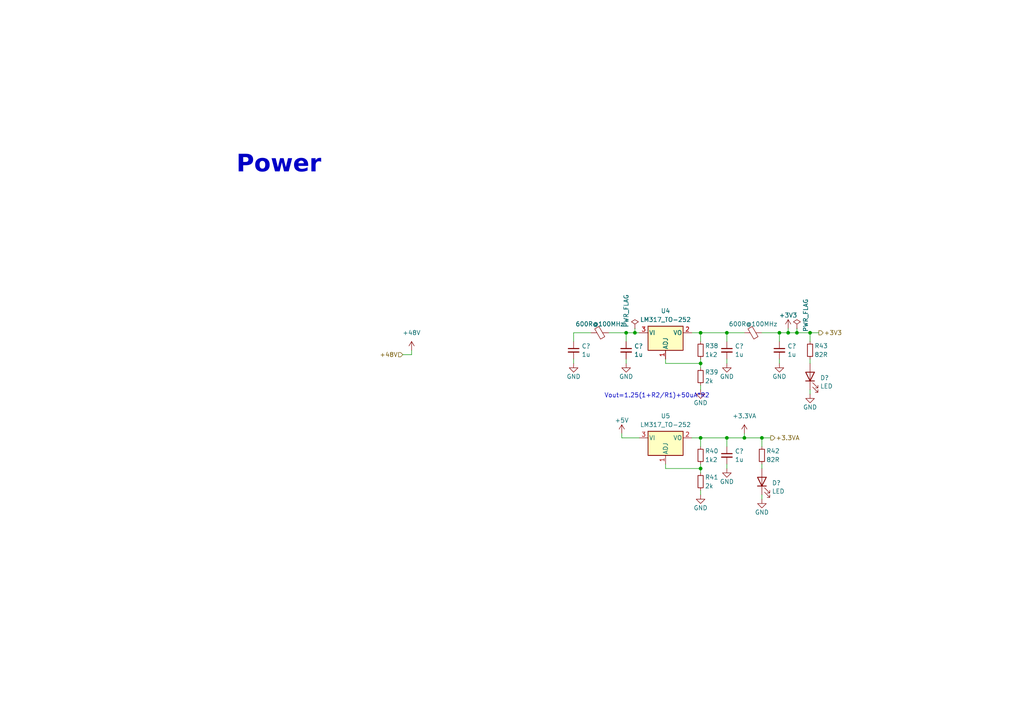
<source format=kicad_sch>
(kicad_sch (version 20230121) (generator eeschema)
  (paper "A4")
  (title_block (title "SmallDSP Maxi") (date "2023-11-06") (rev "1.0") (company "Till Heuer"))
  (lib_symbols
    (symbol "Device:C_Small" (pin_numbers hide) (pin_names (offset 0.254) hide)
      (property "Reference" "C" (at 0.254 1.778 0))
      (property "Value" "C_Small" (at 0.254 -2.032 0))
      (symbol "C_Small_0_1"
        (polyline (pts (xy -1.524 -0.508) (xy 1.524 -0.508)) (stroke (width 0.3302)))
        (polyline (pts (xy -1.524 0.508) (xy 1.524 0.508)) (stroke (width 0.3048)))
      )
      (symbol "C_Small_1_1"
        (pin passive line (at 0 2.54 270) (length 2.032) (name "~") (number "1"))
        (pin passive line (at 0 -2.54 90) (length 2.032) (name "~") (number "2"))
      )
    )
    (symbol "Device:FerriteBead_Small" (pin_numbers hide) (pin_names (offset 0))
      (property "Reference" "FB" (at 1.905 1.27 0))
      (property "Value" "FerriteBead_Small" (at 1.905 -1.27 0))
      (symbol "FerriteBead_Small_0_1"
        (polyline (pts (xy 0 -1.27) (xy 0 -0.7874)))
        (polyline (pts (xy 0 0.889) (xy 0 1.2954)))
        (polyline (pts (xy -1.8288 0.2794) (xy -1.1176 1.4986) (xy 1.8288 -0.2032) (xy 1.1176 -1.4224) (xy -1.8288 0.2794)))
      )
      (symbol "FerriteBead_Small_1_1"
        (pin passive line (at 0 2.54 270) (length 1.27) (name "~") (number "1"))
        (pin passive line (at 0 -2.54 90) (length 1.27) (name "~") (number "2"))
      )
    )
    (symbol "Device:LED" (pin_numbers hide) (pin_names (offset 1.016) hide)
      (property "Reference" "D" (at 0 2.54 0))
      (property "Value" "LED" (at 0 -2.54 0))
      (symbol "LED_0_1"
        (polyline (pts (xy -1.27 -1.27) (xy -1.27 1.27)) (stroke (width 0.254)))
        (polyline (pts (xy -1.27 0) (xy 1.27 0)))
        (polyline (pts (xy 1.27 -1.27) (xy 1.27 1.27) (xy -1.27 0) (xy 1.27 -1.27)) (stroke (width 0.254)))
        (polyline (pts (xy -3.048 -0.762) (xy -4.572 -2.286) (xy -3.81 -2.286) (xy -4.572 -2.286) (xy -4.572 -1.524)))
        (polyline (pts (xy -1.778 -0.762) (xy -3.302 -2.286) (xy -2.54 -2.286) (xy -3.302 -2.286) (xy -3.302 -1.524)))
      )
      (symbol "LED_1_1"
        (pin passive line (at -3.81 0 0) (length 2.54) (name "K") (number "1"))
        (pin passive line (at 3.81 0 180) (length 2.54) (name "A") (number "2"))
      )
    )
    (symbol "Device:R_Small" (pin_numbers hide) (pin_names (offset 0.254) hide)
      (property "Reference" "R" (at 0.762 0.508 0))
      (property "Value" "R_Small" (at 0.762 -1.016 0))
      (symbol "R_Small_0_1"
        (rectangle (start -0.762 1.778) (end 0.762 -1.778) (stroke (width 0.2032)))
      )
      (symbol "R_Small_1_1"
        (pin passive line (at 0 2.54 270) (length 0.762) (name "~") (number "1"))
        (pin passive line (at 0 -2.54 90) (length 0.762) (name "~") (number "2"))
      )
    )
    (symbol "Regulator_Linear:LM317_TO-252" (pin_names (offset 0.254))
      (property "Reference" "U" (at -3.81 3.175 0))
      (property "Value" "LM317_TO-252" (at 0 3.175 0))
      (symbol "LM317_TO-252_0_1"
        (rectangle (start -5.08 1.905) (end 5.08 -5.08) (stroke (width 0.254)) (fill (type background)))
      )
      (symbol "LM317_TO-252_1_1"
        (pin input line (at 0 -7.62 90) (length 2.54) (name "ADJ") (number "1"))
        (pin power_out line (at 7.62 0 180) (length 2.54) (name "VO") (number "2"))
        (pin power_in line (at -7.62 0 0) (length 2.54) (name "VI") (number "3"))
      )
    )
    (symbol "power:+3.3VA" (power) (pin_names (offset 0))
      (property "Value" "+3.3VA" (at 0 3.556 0))
      (symbol "+3.3VA_0_1"
        (polyline (pts (xy -0.762 1.27) (xy 0 2.54)))
        (polyline (pts (xy 0 0) (xy 0 2.54)))
        (polyline (pts (xy 0 2.54) (xy 0.762 1.27)))
      )
      (symbol "+3.3VA_1_1"
        (pin power_in line (at 0 0 90) (length 0) hide (name "+3.3VA") (number "1"))
      )
    )
    (symbol "power:+3V3" (power) (pin_names (offset 0))
      (property "Value" "+3V3" (at 0 3.556 0))
      (symbol "+3V3_0_1"
        (polyline (pts (xy -0.762 1.27) (xy 0 2.54)))
        (polyline (pts (xy 0 0) (xy 0 2.54)))
        (polyline (pts (xy 0 2.54) (xy 0.762 1.27)))
      )
      (symbol "+3V3_1_1"
        (pin power_in line (at 0 0 90) (length 0) hide (name "+3V3") (number "1"))
      )
    )
    (symbol "power:+48V" (power) (pin_names (offset 0))
      (property "Value" "+48V" (at 0 3.556 0))
      (symbol "+48V_0_1"
        (polyline (pts (xy -0.762 1.27) (xy 0 2.54)))
        (polyline (pts (xy 0 0) (xy 0 2.54)))
        (polyline (pts (xy 0 2.54) (xy 0.762 1.27)))
      )
      (symbol "+48V_1_1"
        (pin power_in line (at 0 0 90) (length 0) hide (name "+48V") (number "1"))
      )
    )
    (symbol "power:+5V" (power) (pin_names (offset 0))
      (property "Value" "+5V" (at 0 3.556 0))
      (symbol "+5V_0_1"
        (polyline (pts (xy -0.762 1.27) (xy 0 2.54)))
        (polyline (pts (xy 0 0) (xy 0 2.54)))
        (polyline (pts (xy 0 2.54) (xy 0.762 1.27)))
      )
      (symbol "+5V_1_1"
        (pin power_in line (at 0 0 90) (length 0) hide (name "+5V") (number "1"))
      )
    )
    (symbol "power:GND" (power) (pin_names (offset 0))
      (property "Value" "GND" (at 0 -3.81 0))
      (symbol "GND_0_1"
        (polyline (pts (xy 0 0) (xy 0 -1.27) (xy 1.27 -1.27) (xy 0 -2.54) (xy -1.27 -1.27) (xy 0 -1.27)))
      )
      (symbol "GND_1_1"
        (pin power_in line (at 0 0 270) (length 0) hide (name "GND") (number "1"))
      )
    )
    (symbol "power:PWR_FLAG" (power) (pin_numbers hide) (pin_names (offset 0) hide)
      (property "Value" "PWR_FLAG" (at 0 3.81 0))
      (symbol "PWR_FLAG_0_0"
        (pin power_out line (at 0 0 90) (length 0) (name "pwr") (number "1"))
      )
      (symbol "PWR_FLAG_0_1"
        (polyline (pts (xy 0 0) (xy 0 1.27) (xy -1.016 1.905) (xy 0 2.54) (xy 1.016 1.905) (xy 0 1.27)))
      )
    )
  )
  (junction (at 228.6 96.52))
  (junction (at 203.2 105.41))
  (junction (at 203.2 96.52))
  (junction (at 226.06 96.52))
  (junction (at 203.2 135.89))
  (junction (at 210.82 96.52))
  (junction (at 220.98 127))
  (junction (at 210.82 127))
  (junction (at 184.15 96.52))
  (junction (at 231.14 96.52))
  (junction (at 181.61 96.52))
  (junction (at 234.95 96.52))
  (junction (at 215.9 127))
  (junction (at 203.2 127))
  (wire (pts (xy 210.82 127) (xy 215.9 127)))
  (wire (pts (xy 203.2 104.14) (xy 203.2 105.41)))
  (wire (pts (xy 203.2 111.76) (xy 203.2 113.03)))
  (wire (pts (xy 119.38 102.87) (xy 116.84 102.87)))
  (wire (pts (xy 200.66 96.52) (xy 203.2 96.52)))
  (wire (pts (xy 228.6 96.52) (xy 231.14 96.52)))
  (wire (pts (xy 203.2 135.89) (xy 203.2 137.16)))
  (wire (pts (xy 234.95 96.52) (xy 237.49 96.52)))
  (wire (pts (xy 184.15 95.25) (xy 184.15 96.52)))
  (wire (pts (xy 180.34 127) (xy 185.42 127)))
  (wire (pts (xy 181.61 99.06) (xy 181.61 96.52)))
  (wire (pts (xy 203.2 129.54) (xy 203.2 127)))
  (wire (pts (xy 180.34 125.73) (xy 180.34 127)))
  (wire (pts (xy 220.98 96.52) (xy 226.06 96.52)))
  (wire (pts (xy 166.37 96.52) (xy 171.45 96.52)))
  (wire (pts (xy 203.2 96.52) (xy 210.82 96.52)))
  (wire (pts (xy 181.61 96.52) (xy 184.15 96.52)))
  (wire (pts (xy 231.14 96.52) (xy 234.95 96.52)))
  (wire (pts (xy 119.38 101.6) (xy 119.38 102.87)))
  (wire (pts (xy 203.2 127) (xy 210.82 127)))
  (wire (pts (xy 203.2 99.06) (xy 203.2 96.52)))
  (wire (pts (xy 166.37 104.14) (xy 166.37 105.41)))
  (wire (pts (xy 210.82 104.14) (xy 210.82 105.41)))
  (wire (pts (xy 215.9 127) (xy 220.98 127)))
  (wire (pts (xy 220.98 143.51) (xy 220.98 144.78)))
  (wire (pts (xy 203.2 105.41) (xy 203.2 106.68)))
  (wire (pts (xy 210.82 134.62) (xy 210.82 135.89)))
  (wire (pts (xy 231.14 95.25) (xy 231.14 96.52)))
  (wire (pts (xy 234.95 113.03) (xy 234.95 114.3)))
  (wire (pts (xy 193.04 105.41) (xy 193.04 104.14)))
  (wire (pts (xy 226.06 99.06) (xy 226.06 96.52)))
  (wire (pts (xy 226.06 96.52) (xy 228.6 96.52)))
  (wire (pts (xy 193.04 135.89) (xy 203.2 135.89)))
  (wire (pts (xy 193.04 105.41) (xy 203.2 105.41)))
  (wire (pts (xy 226.06 105.41) (xy 226.06 104.14)))
  (wire (pts (xy 181.61 105.41) (xy 181.61 104.14)))
  (wire (pts (xy 215.9 125.73) (xy 215.9 127)))
  (wire (pts (xy 210.82 96.52) (xy 210.82 99.06)))
  (wire (pts (xy 200.66 127) (xy 203.2 127)))
  (wire (pts (xy 203.2 142.24) (xy 203.2 143.51)))
  (wire (pts (xy 220.98 127) (xy 223.52 127)))
  (wire (pts (xy 234.95 104.14) (xy 234.95 105.41)))
  (wire (pts (xy 176.53 96.52) (xy 181.61 96.52)))
  (wire (pts (xy 220.98 127) (xy 220.98 129.54)))
  (wire (pts (xy 234.95 96.52) (xy 234.95 99.06)))
  (wire (pts (xy 220.98 134.62) (xy 220.98 135.89)))
  (wire (pts (xy 210.82 127) (xy 210.82 129.54)))
  (wire (pts (xy 193.04 135.89) (xy 193.04 134.62)))
  (wire (pts (xy 228.6 95.25) (xy 228.6 96.52)))
  (wire (pts (xy 210.82 96.52) (xy 215.9 96.52)))
  (wire (pts (xy 184.15 96.52) (xy 185.42 96.52)))
  (wire (pts (xy 203.2 134.62) (xy 203.2 135.89)))
  (wire (pts (xy 166.37 96.52) (xy 166.37 99.06)))
  (text "Power" (at 68.58 52.07 0) (effects (font (size 5 5) (thickness 1) bold) (justify left bottom)))
  (text "Vout=1.25(1+R2/R1)+50uA*R2" (at 175.26 115.57 0) (effects (font (size 1.27 1.27)) (justify left bottom)))
  (hierarchical_label "+48V" (shape input) (at 116.84 102.87 180))
  (hierarchical_label "+3.3VA" (shape output) (at 223.52 127 0))
  (hierarchical_label "+3V3" (shape output) (at 237.49 96.52 0))
  (symbol (lib_id "power:GND") (at 203.2 113.03 0) (unit 1)
    (property "Reference" "#PWR?" (effects hide))
    (property "Value" "GND" (at 203.2 116.84 0))
    (instances (project "SmallDSPMicro" (path "" (reference "#PWR?") (unit 1)) (path "" (reference "#PWR069") (unit 1))))
  )
  (symbol (lib_id "Regulator_Linear:LM317_TO-252") (at 193.04 127 0) (unit 1)
    (property "Reference" "U5" (at 193.04 120.65 0))
    (property "Value" "LM317_TO-252" (at 193.04 123.19 0))
    (property "Footprint" "Package_TO_SOT_SMD:TO-252-2" (effects hide))
    (property "Datasheet" "http://www.ti.com/lit/ds/snvs774n/snvs774n.pdf" (effects hide))
    (property "Assembling" "X" (effects hide))
    (property "Manufacturer" "UTC(Unisonic Tech) " (effects hide))
    (property "Part Number" "LM317AG-TN3-R " (effects hide))
    (property "LCSC Part #" "C75510" (effects hide))
  )
  (symbol (lib_id "Device:R_Small") (at 220.98 132.08 0) (unit 1)
    (property "Reference" "R42" (at 222.25 130.81 0) (effects (justify left)))
    (property "Value" "82R" (at 222.25 133.35 0) (effects (justify left)))
    (property "Footprint" "Resistor_SMD:R_0603_1608Metric" (effects hide))
    (property "Manufacturer" "UNI-ROYAL(Uniroyal Elec)" (effects hide))
    (property "Part Number" "0603WAF820JT5E" (effects hide))
    (property "Rated Power" "100mW" (effects hide))
    (property "Assembling" "X" (effects hide))
    (property "Tolerance" "1%" (effects hide))
    (property "LCSC Part #" "C23255" (effects hide))
  )
  (symbol (lib_id "power:+3.3VA") (at 215.9 125.73 0) (unit 1)
    (property "Reference" "#PWR073" (effects hide))
    (property "Value" "+3.3VA" (at 215.9 120.65 0))
  )
  (symbol (lib_id "Device:FerriteBead_Small") (at 173.99 96.52 90) (mirror x) (unit 1)
    (property "Reference" "FB?" (effects hide))
    (property "Value" "600R@100MHz" (at 173.99 93.98 90))
    (property "Footprint" "Inductor_SMD:L_0805_2012Metric" (effects hide))
    (property "Manufacturer" "Würth Elektronik" (effects hide))
    (property "Part Number" "78279220601" (effects hide))
    (property "Rated Current" "2A" (effects hide))
    (property "LCSC Part #" "-" (effects hide))
    (instances (project "SmallDSPMicro" (path "" (reference "FB?") (unit 1)) (path "" (reference "FB3") (unit 1))))
  )
  (symbol (lib_id "power:PWR_FLAG") (at 231.14 95.25 0) (mirror y) (unit 1)
    (property "Reference" "#FLG?" (effects hide))
    (property "Value" "PWR_FLAG" (at 233.68 91.44 90))
    (instances (project "SmallDSPMicro" (path "" (reference "#FLG?") (unit 1)) (path "" (reference "#FLG07") (unit 1))))
  )
  (symbol (lib_id "Device:R_Small") (at 203.2 139.7 0) (unit 1)
    (property "Reference" "R41" (at 204.47 138.43 0) (effects (justify left)))
    (property "Value" "2k" (at 204.47 140.97 0) (effects (justify left)))
    (property "Footprint" "Resistor_SMD:R_0603_1608Metric" (effects hide))
    (property "Manufacturer" "UNI-ROYAL(Uniroyal Elec)" (effects hide))
    (property "Part Number" "0603WAF2001T5E" (effects hide))
    (property "Rated Power" "100mW" (effects hide))
    (property "Assembling" "X" (effects hide))
    (property "Tolerance" "1%" (effects hide))
    (property "LCSC Part #" "C22975" (effects hide))
  )
  (symbol (lib_id "Device:R_Small") (at 203.2 109.22 0) (unit 1)
    (property "Reference" "R39" (at 204.47 107.95 0) (effects (justify left)))
    (property "Value" "2k" (at 204.47 110.49 0) (effects (justify left)))
    (property "Footprint" "Resistor_SMD:R_0603_1608Metric" (effects hide))
    (property "Manufacturer" "UNI-ROYAL(Uniroyal Elec)" (effects hide))
    (property "Part Number" "0603WAF2001T5E" (effects hide))
    (property "Rated Power" "100mW" (effects hide))
    (property "Assembling" "X" (effects hide))
    (property "Tolerance" "1%" (effects hide))
    (property "LCSC Part #" "C22975" (effects hide))
  )
  (symbol (lib_id "power:GND") (at 181.61 105.41 0) (unit 1)
    (property "Reference" "#PWR?" (effects hide))
    (property "Value" "GND" (at 181.61 109.22 0))
    (instances (project "SmallDSPMicro" (path "" (reference "#PWR?") (unit 1)) (path "" (reference "#PWR068") (unit 1))))
  )
  (symbol (lib_id "power:GND") (at 210.82 105.41 0) (unit 1)
    (property "Reference" "#PWR?" (effects hide))
    (property "Value" "GND" (at 210.82 109.22 0))
    (instances (project "SmallDSPMicro" (path "" (reference "#PWR?") (unit 1)) (path "" (reference "#PWR071") (unit 1))))
  )
  (symbol (lib_id "Device:C_Small") (at 210.82 132.08 0) (unit 1)
    (property "Reference" "C?" (at 213.1441 130.8742 0) (effects (justify left)))
    (property "Value" "1u" (at 213.1441 133.2984 0) (effects (justify left)))
    (property "Footprint" "Capacitor_SMD:C_0805_2012Metric" (effects hide))
    (property "Dielectric" "X7R" (effects hide))
    (property "Rated Voltage" "50V" (effects hide))
    (property "Assembling" "X" (effects hide))
    (property "Manufacturer" "Samsung Electro-Mechanics" (effects hide))
    (property "Part Number" "CL21B105KBFNNNE" (effects hide))
    (property "Tolerance" "10%" (effects hide))
    (property "LCSC Part #" "C28323" (effects hide))
    (instances (project "SmallDSPMicro" (path "" (reference "C?") (unit 1)) (path "" (reference "C16") (unit 1))))
  )
  (symbol (lib_id "power:GND") (at 166.37 105.41 0) (unit 1)
    (property "Reference" "#PWR?" (effects hide))
    (property "Value" "GND" (at 166.37 109.22 0))
    (instances (project "SmallDSPMicro" (path "" (reference "#PWR?") (unit 1)) (path "" (reference "#PWR066") (unit 1))))
  )
  (symbol (lib_id "power:GND") (at 203.2 143.51 0) (unit 1)
    (property "Reference" "#PWR?" (effects hide))
    (property "Value" "GND" (at 203.2 147.32 0))
    (instances (project "SmallDSPMicro" (path "" (reference "#PWR?") (unit 1)) (path "" (reference "#PWR070") (unit 1))))
  )
  (symbol (lib_id "power:+3V3") (at 228.6 95.25 0) (unit 1)
    (property "Reference" "#PWR?" (effects hide))
    (property "Value" "+3V3" (at 228.6 91.44 0))
    (instances (project "SmallDSPMicro" (path "" (reference "#PWR?") (unit 1)) (path "" (reference "#PWR076") (unit 1))))
  )
  (symbol (lib_id "power:+5V") (at 180.34 125.73 0) (unit 1)
    (property "Reference" "#PWR?" (effects hide))
    (property "Value" "+5V" (at 180.34 121.92 0))
    (instances (project "SmallDSPMicro" (path "" (reference "#PWR?") (unit 1)) (path "" (reference "#PWR067") (unit 1))))
  )
  (symbol (lib_id "Regulator_Linear:LM317_TO-252") (at 193.04 96.52 0) (unit 1)
    (property "Reference" "U4" (at 193.04 90.17 0))
    (property "Value" "LM317_TO-252" (at 193.04 92.71 0))
    (property "Footprint" "Package_TO_SOT_SMD:TO-252-2" (effects hide))
    (property "Datasheet" "http://www.ti.com/lit/ds/snvs774n/snvs774n.pdf" (effects hide))
    (property "Assembling" "X" (effects hide))
    (property "Manufacturer" "UTC(Unisonic Tech) " (effects hide))
    (property "Part Number" "LM317AG-TN3-R " (effects hide))
    (property "LCSC Part #" "C75510" (effects hide))
  )
  (symbol (lib_id "power:GND") (at 226.06 105.41 0) (unit 1)
    (property "Reference" "#PWR?" (effects hide))
    (property "Value" "GND" (at 226.06 109.22 0))
    (instances (project "SmallDSPMicro" (path "" (reference "#PWR?") (unit 1)) (path "" (reference "#PWR075") (unit 1))))
  )
  (symbol (lib_id "Device:C_Small") (at 166.37 101.6 0) (unit 1)
    (property "Reference" "C?" (at 168.6941 100.3942 0) (effects (justify left)))
    (property "Value" "1u" (at 168.6941 102.8184 0) (effects (justify left)))
    (property "Footprint" "Capacitor_SMD:C_0805_2012Metric" (effects hide))
    (property "Dielectric" "X7R" (effects hide))
    (property "Rated Voltage" "50V" (effects hide))
    (property "Assembling" "X" (effects hide))
    (property "Manufacturer" "Samsung Electro-Mechanics" (effects hide))
    (property "Part Number" "CL21B105KBFNNNE" (effects hide))
    (property "Tolerance" "10%" (effects hide))
    (property "LCSC Part #" "C28323" (effects hide))
    (instances (project "SmallDSPMicro" (path "" (reference "C?") (unit 1)) (path "" (reference "C13") (unit 1))))
  )
  (symbol (lib_id "Device:LED") (at 234.95 109.22 90) (unit 1)
    (property "Reference" "D?" (at 237.871 109.5954 90) (effects (justify right)))
    (property "Value" "LED" (at 237.871 112.0196 90) (effects (justify right)))
    (property "Footprint" "LED_SMD:LED_0603_1608Metric" (effects hide))
    (property "Assembling" "X" (effects hide))
    (property "Manufacturer" "Everlight Elec" (effects hide))
    (property "Part Number" "19-217/BHC-ZL1M2RY/3T" (effects hide))
    (property "LCSC Part #" "C72041" (effects hide))
    (instances (project "SmallDSPMicro" (path "" (reference "D?") (unit 1)) (path "" (reference "D15") (unit 1))))
  )
  (symbol (lib_id "Device:R_Small") (at 203.2 132.08 0) (unit 1)
    (property "Reference" "R40" (at 204.47 130.81 0) (effects (justify left)))
    (property "Value" "1k2" (at 204.47 133.35 0) (effects (justify left)))
    (property "Footprint" "Resistor_SMD:R_0402_1005Metric" (effects hide))
    (property "Manufacturer" "UNI-ROYAL(Uniroyal Elec)" (effects hide))
    (property "Part Number" "0402WGF1201TCE" (effects hide))
    (property "Rated Power" "62.5mW" (effects hide))
    (property "Assembling" "X" (effects hide))
    (property "Tolerance" "1%" (effects hide))
    (property "LCSC Part #" "C25862" (effects hide))
  )
  (symbol (lib_id "power:GND") (at 234.95 114.3 0) (unit 1)
    (property "Reference" "#PWR?" (effects hide))
    (property "Value" "GND" (at 234.95 118.11 0))
    (instances (project "SmallDSPMicro" (path "" (reference "#PWR?") (unit 1)) (path "" (reference "#PWR077") (unit 1))))
  )
  (symbol (lib_id "power:PWR_FLAG") (at 184.15 95.25 0) (mirror y) (unit 1)
    (property "Reference" "#FLG?" (effects hide))
    (property "Value" "PWR_FLAG" (at 181.61 90.17 90))
    (instances (project "SmallDSPMicro" (path "" (reference "#FLG?") (unit 1)) (path "" (reference "#FLG06") (unit 1))))
  )
  (symbol (lib_id "Device:C_Small") (at 181.61 101.6 0) (unit 1)
    (property "Reference" "C?" (at 183.9341 100.3942 0) (effects (justify left)))
    (property "Value" "1u" (at 183.9341 102.8184 0) (effects (justify left)))
    (property "Footprint" "Capacitor_SMD:C_0805_2012Metric" (effects hide))
    (property "Dielectric" "X7R" (effects hide))
    (property "Rated Voltage" "50V" (effects hide))
    (property "Assembling" "X" (effects hide))
    (property "Manufacturer" "Samsung Electro-Mechanics" (effects hide))
    (property "Part Number" "CL21B105KBFNNNE" (effects hide))
    (property "Tolerance" "10%" (effects hide))
    (property "LCSC Part #" "C28323" (effects hide))
    (instances (project "SmallDSPMicro" (path "" (reference "C?") (unit 1)) (path "" (reference "C14") (unit 1))))
  )
  (symbol (lib_id "Device:C_Small") (at 226.06 101.6 0) (unit 1)
    (property "Reference" "C?" (at 228.3841 100.3942 0) (effects (justify left)))
    (property "Value" "1u" (at 228.3841 102.8184 0) (effects (justify left)))
    (property "Footprint" "Capacitor_SMD:C_0805_2012Metric" (effects hide))
    (property "Dielectric" "X7R" (effects hide))
    (property "Rated Voltage" "50V" (effects hide))
    (property "Assembling" "X" (effects hide))
    (property "Manufacturer" "Samsung Electro-Mechanics" (effects hide))
    (property "Part Number" "CL21B105KBFNNNE" (effects hide))
    (property "Tolerance" "10%" (effects hide))
    (property "LCSC Part #" "C28323" (effects hide))
    (instances (project "SmallDSPMicro" (path "" (reference "C?") (unit 1)) (path "" (reference "C17") (unit 1))))
  )
  (symbol (lib_id "Device:FerriteBead_Small") (at 218.44 96.52 90) (mirror x) (unit 1)
    (property "Reference" "FB?" (effects hide))
    (property "Value" "600R@100MHz" (at 218.44 93.98 90))
    (property "Footprint" "Inductor_SMD:L_0805_2012Metric" (effects hide))
    (property "Manufacturer" "Würth Elektronik" (effects hide))
    (property "Part Number" "78279220601" (effects hide))
    (property "Rated Current" "2A" (effects hide))
    (property "LCSC Part #" "-" (effects hide))
    (instances (project "SmallDSPMicro" (path "" (reference "FB?") (unit 1)) (path "" (reference "FB4") (unit 1))))
  )
  (symbol (lib_id "Device:R_Small") (at 203.2 101.6 0) (unit 1)
    (property "Reference" "R38" (at 204.47 100.33 0) (effects (justify left)))
    (property "Value" "1k2" (at 204.47 102.87 0) (effects (justify left)))
    (property "Footprint" "Resistor_SMD:R_0402_1005Metric" (effects hide))
    (property "Manufacturer" "UNI-ROYAL(Uniroyal Elec)" (effects hide))
    (property "Part Number" "0402WGF1201TCE" (effects hide))
    (property "Rated Power" "62.5mW" (effects hide))
    (property "Assembling" "X" (effects hide))
    (property "Tolerance" "1%" (effects hide))
    (property "LCSC Part #" "C25862" (effects hide))
  )
  (symbol (lib_id "Device:C_Small") (at 210.82 101.6 0) (unit 1)
    (property "Reference" "C?" (at 213.1441 100.3942 0) (effects (justify left)))
    (property "Value" "1u" (at 213.1441 102.8184 0) (effects (justify left)))
    (property "Footprint" "Capacitor_SMD:C_0805_2012Metric" (effects hide))
    (property "Dielectric" "X7R" (effects hide))
    (property "Rated Voltage" "50V" (effects hide))
    (property "Assembling" "X" (effects hide))
    (property "Manufacturer" "Samsung Electro-Mechanics" (effects hide))
    (property "Part Number" "CL21B105KBFNNNE" (effects hide))
    (property "Tolerance" "10%" (effects hide))
    (property "LCSC Part #" "C28323" (effects hide))
    (instances (project "SmallDSPMicro" (path "" (reference "C?") (unit 1)) (path "" (reference "C15") (unit 1))))
  )
  (symbol (lib_id "Device:LED") (at 220.98 139.7 90) (unit 1)
    (property "Reference" "D?" (at 223.901 140.0754 90) (effects (justify right)))
    (property "Value" "LED" (at 223.901 142.4996 90) (effects (justify right)))
    (property "Footprint" "LED_SMD:LED_0603_1608Metric" (effects hide))
    (property "Assembling" "X" (effects hide))
    (property "Manufacturer" "Everlight Elec" (effects hide))
    (property "Part Number" "19-217/BHC-ZL1M2RY/3T" (effects hide))
    (property "LCSC Part #" "C72041" (effects hide))
    (instances (project "SmallDSPMicro" (path "" (reference "D?") (unit 1)) (path "" (reference "D14") (unit 1))))
  )
  (symbol (lib_id "Device:R_Small") (at 234.95 101.6 0) (unit 1)
    (property "Reference" "R43" (at 236.22 100.33 0) (effects (justify left)))
    (property "Value" "82R" (at 236.22 102.87 0) (effects (justify left)))
    (property "Footprint" "Resistor_SMD:R_0603_1608Metric" (effects hide))
    (property "Manufacturer" "UNI-ROYAL(Uniroyal Elec)" (effects hide))
    (property "Part Number" "0603WAF820JT5E" (effects hide))
    (property "Rated Power" "100mW" (effects hide))
    (property "Assembling" "X" (effects hide))
    (property "Tolerance" "1%" (effects hide))
    (property "LCSC Part #" "C23255" (effects hide))
  )
  (symbol (lib_id "power:GND") (at 220.98 144.78 0) (unit 1)
    (property "Reference" "#PWR?" (effects hide))
    (property "Value" "GND" (at 220.98 148.59 0))
    (instances (project "SmallDSPMicro" (path "" (reference "#PWR?") (unit 1)) (path "" (reference "#PWR074") (unit 1))))
  )
  (symbol (lib_id "power:GND") (at 210.82 135.89 0) (unit 1)
    (property "Reference" "#PWR?" (effects hide))
    (property "Value" "GND" (at 210.82 139.7 0))
    (instances (project "SmallDSPMicro" (path "" (reference "#PWR?") (unit 1)) (path "" (reference "#PWR072") (unit 1))))
  )
  (symbol (lib_id "power:+48V") (at 119.38 101.6 0) (unit 1)
    (property "Reference" "#PWR060" (effects hide))
    (property "Value" "+48V" (at 119.38 96.52 0))
  )
)
</source>
